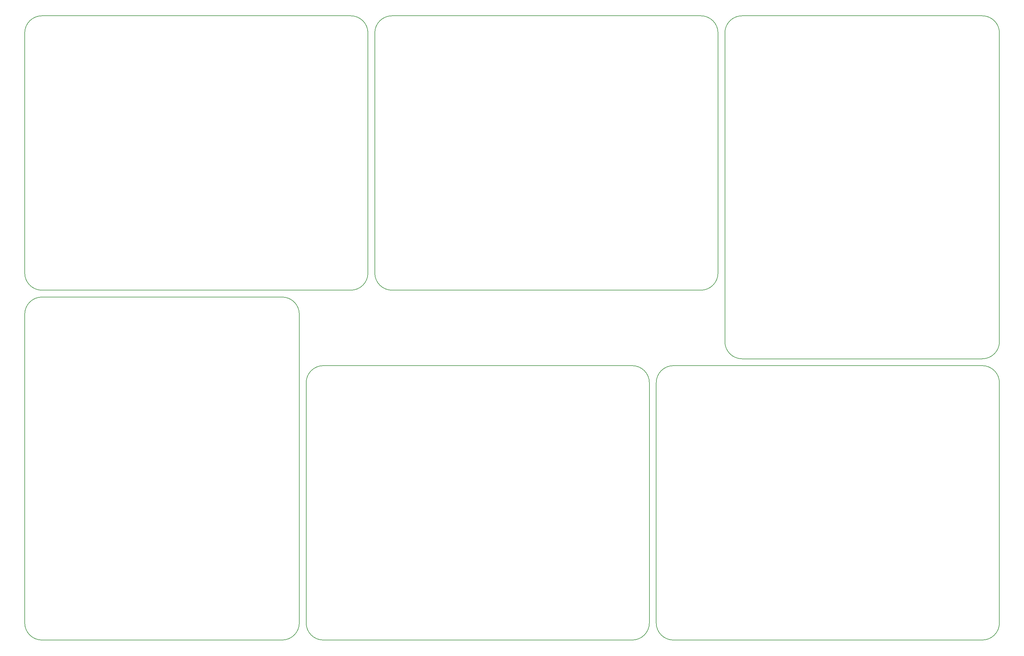
<source format=gbr>
G04 #@! TF.GenerationSoftware,KiCad,Pcbnew,(5.0.1)-4*
G04 #@! TF.CreationDate,2019-02-24T17:49:23+08:00*
G04 #@! TF.ProjectId,SMT-Stencil-Grid,534D542D5374656E63696C2D47726964,rev?*
G04 #@! TF.SameCoordinates,Original*
G04 #@! TF.FileFunction,Paste,Top*
G04 #@! TF.FilePolarity,Positive*
%FSLAX46Y46*%
G04 Gerber Fmt 4.6, Leading zero omitted, Abs format (unit mm)*
G04 Created by KiCad (PCBNEW (5.0.1)-4) date 2019/2/24 17:49:23*
%MOMM*%
%LPD*%
G01*
G04 APERTURE LIST*
%ADD10C,0.200000*%
G04 APERTURE END LIST*
D10*
X222000000Y-25000000D02*
X222000000Y-95000000D01*
X217000000Y-20000000D02*
G75*
G02X222000000Y-25000000I0J-5000000D01*
G01*
X122000000Y-95000000D02*
X122000000Y-25000000D01*
X222000000Y-95000000D02*
G75*
G02X217000000Y-100000000I-5000000J0D01*
G01*
X122000000Y-25000000D02*
G75*
G02X127000000Y-20000000I5000000J0D01*
G01*
X217000000Y-100000000D02*
X127000000Y-100000000D01*
X127000000Y-20000000D02*
X217000000Y-20000000D01*
X127000000Y-100000000D02*
G75*
G02X122000000Y-95000000I0J5000000D01*
G01*
X304000000Y-127000000D02*
X304000000Y-197000000D01*
X299000000Y-122000000D02*
G75*
G02X304000000Y-127000000I0J-5000000D01*
G01*
X204000000Y-197000000D02*
X204000000Y-127000000D01*
X304000000Y-197000000D02*
G75*
G02X299000000Y-202000000I-5000000J0D01*
G01*
X204000000Y-127000000D02*
G75*
G02X209000000Y-122000000I5000000J0D01*
G01*
X299000000Y-202000000D02*
X209000000Y-202000000D01*
X209000000Y-122000000D02*
X299000000Y-122000000D01*
X209000000Y-202000000D02*
G75*
G02X204000000Y-197000000I0J5000000D01*
G01*
X229000000Y-120000000D02*
G75*
G02X224000000Y-115000000I0J5000000D01*
G01*
X224000000Y-115000000D02*
X224000000Y-25000000D01*
X304000000Y-115000000D02*
G75*
G02X299000000Y-120000000I-5000000J0D01*
G01*
X299000000Y-120000000D02*
X229000000Y-120000000D01*
X299000000Y-20000000D02*
G75*
G02X304000000Y-25000000I0J-5000000D01*
G01*
X224000000Y-25000000D02*
G75*
G02X229000000Y-20000000I5000000J0D01*
G01*
X304000000Y-25000000D02*
X304000000Y-115000000D01*
X229000000Y-20000000D02*
X299000000Y-20000000D01*
X20000000Y-107000000D02*
G75*
G02X25000000Y-102000000I5000000J0D01*
G01*
X25000000Y-202000000D02*
G75*
G02X20000000Y-197000000I0J5000000D01*
G01*
X100000000Y-197000000D02*
G75*
G02X95000000Y-202000000I-5000000J0D01*
G01*
X95000000Y-202000000D02*
X25000000Y-202000000D01*
X95000000Y-102000000D02*
G75*
G02X100000000Y-107000000I0J-5000000D01*
G01*
X197000000Y-122000000D02*
G75*
G02X202000000Y-127000000I0J-5000000D01*
G01*
X197000000Y-202000000D02*
X107000000Y-202000000D01*
X202000000Y-127000000D02*
X202000000Y-197000000D01*
X107000000Y-122000000D02*
X197000000Y-122000000D01*
X102000000Y-197000000D02*
X102000000Y-127000000D01*
X102000000Y-127000000D02*
G75*
G02X107000000Y-122000000I5000000J0D01*
G01*
X107000000Y-202000000D02*
G75*
G02X102000000Y-197000000I0J5000000D01*
G01*
X202000000Y-197000000D02*
G75*
G02X197000000Y-202000000I-5000000J0D01*
G01*
X100000000Y-107000000D02*
X100000000Y-197000000D01*
X25000000Y-102000000D02*
X95000000Y-102000000D01*
X20000000Y-197000000D02*
X20000000Y-107000000D01*
X20000000Y-25000000D02*
G75*
G02X25000000Y-20000000I5000000J0D01*
G01*
X120000000Y-95000000D02*
G75*
G02X115000000Y-100000000I-5000000J0D01*
G01*
X25000000Y-100000000D02*
G75*
G02X20000000Y-95000000I0J5000000D01*
G01*
X115000000Y-20000000D02*
G75*
G02X120000000Y-25000000I0J-5000000D01*
G01*
X20000000Y-95000000D02*
X20000000Y-25000000D01*
X115000000Y-100000000D02*
X25000000Y-100000000D01*
X120000000Y-25000000D02*
X120000000Y-95000000D01*
X25000000Y-20000000D02*
X115000000Y-20000000D01*
M02*

</source>
